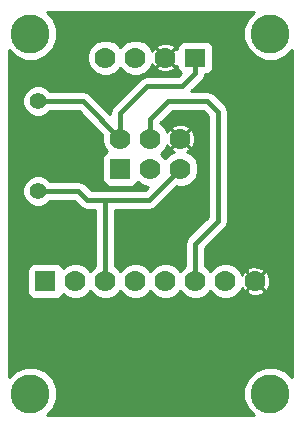
<source format=gtl>
G04 (created by PCBNEW (2013-jul-07)-stable) date Thu 13 Aug 2015 05:12:16 PM PDT*
%MOIN*%
G04 Gerber Fmt 3.4, Leading zero omitted, Abs format*
%FSLAX34Y34*%
G01*
G70*
G90*
G04 APERTURE LIST*
%ADD10C,0.00393701*%
%ADD11R,0.07X0.07*%
%ADD12C,0.07*%
%ADD13R,0.07X0.06*%
%ADD14C,0.055*%
%ADD15C,0.13*%
%ADD16C,0.017*%
%ADD17C,0.01*%
G04 APERTURE END LIST*
G54D10*
G54D11*
X53350Y-36250D03*
G54D12*
X53350Y-35250D03*
X54350Y-36250D03*
X54350Y-35250D03*
X55350Y-36250D03*
X55350Y-35250D03*
G54D13*
X55850Y-32550D03*
G54D12*
X54850Y-32550D03*
X53850Y-32550D03*
X52850Y-32550D03*
G54D11*
X50850Y-40000D03*
G54D12*
X51850Y-40000D03*
X52850Y-40000D03*
X53850Y-40000D03*
X54850Y-40000D03*
X55850Y-40000D03*
X56850Y-40000D03*
X57850Y-40000D03*
G54D14*
X50600Y-34000D03*
X50600Y-37000D03*
G54D15*
X58350Y-31750D03*
X50350Y-31750D03*
X58350Y-43750D03*
X50350Y-43750D03*
G54D16*
X55850Y-32550D02*
X55850Y-33050D01*
X53350Y-34400D02*
X53350Y-35250D01*
X54250Y-33500D02*
X53350Y-34400D01*
X55400Y-33500D02*
X54250Y-33500D01*
X55850Y-33050D02*
X55400Y-33500D01*
X50600Y-34000D02*
X52100Y-34000D01*
X52100Y-34000D02*
X53350Y-35250D01*
X54350Y-35250D02*
X54350Y-34600D01*
X55850Y-38750D02*
X55850Y-40000D01*
X56600Y-38000D02*
X55850Y-38750D01*
X56600Y-34350D02*
X56600Y-38000D01*
X56250Y-34000D02*
X56600Y-34350D01*
X54950Y-34000D02*
X56250Y-34000D01*
X54350Y-34600D02*
X54950Y-34000D01*
X52850Y-40000D02*
X52850Y-37300D01*
X52850Y-37300D02*
X52850Y-37350D01*
X52850Y-37350D02*
X52850Y-37300D01*
X50600Y-37000D02*
X51950Y-37000D01*
X54300Y-37300D02*
X55350Y-36250D01*
X52250Y-37300D02*
X52850Y-37300D01*
X52850Y-37300D02*
X54300Y-37300D01*
X51950Y-37000D02*
X52250Y-37300D01*
G54D17*
X55312Y-39615D02*
X55388Y-39615D01*
X54312Y-39615D02*
X54387Y-39615D01*
X53312Y-39615D02*
X53388Y-39615D01*
X55232Y-39535D02*
X55468Y-39535D01*
X54232Y-39535D02*
X54468Y-39535D01*
X53232Y-39535D02*
X53468Y-39535D01*
X55100Y-39455D02*
X55515Y-39455D01*
X54100Y-39455D02*
X54601Y-39455D01*
X53185Y-39455D02*
X53601Y-39455D01*
X53185Y-39375D02*
X55515Y-39375D01*
X53185Y-39295D02*
X55515Y-39295D01*
X53185Y-39215D02*
X55515Y-39215D01*
X53185Y-39135D02*
X55515Y-39135D01*
X53185Y-39055D02*
X55515Y-39055D01*
X53185Y-38975D02*
X55515Y-38975D01*
X53185Y-38895D02*
X55515Y-38895D01*
X53185Y-38815D02*
X55515Y-38815D01*
X53185Y-38735D02*
X55519Y-38735D01*
X53185Y-38655D02*
X55535Y-38655D01*
X53185Y-38575D02*
X55573Y-38575D01*
X53185Y-38495D02*
X55631Y-38495D01*
X53185Y-38415D02*
X55711Y-38415D01*
X53185Y-38335D02*
X55791Y-38335D01*
X53185Y-38255D02*
X55871Y-38255D01*
X53185Y-38175D02*
X55951Y-38175D01*
X53185Y-38095D02*
X56031Y-38095D01*
X53185Y-38015D02*
X56111Y-38015D01*
X53185Y-37935D02*
X56191Y-37935D01*
X53185Y-37855D02*
X56265Y-37855D01*
X53185Y-37775D02*
X56265Y-37775D01*
X53185Y-37695D02*
X56265Y-37695D01*
X54398Y-37615D02*
X56265Y-37615D01*
X54538Y-37535D02*
X56265Y-37535D01*
X54618Y-37455D02*
X56265Y-37455D01*
X54698Y-37375D02*
X56265Y-37375D01*
X54778Y-37295D02*
X56265Y-37295D01*
X54858Y-37215D02*
X56265Y-37215D01*
X54938Y-37135D02*
X56265Y-37135D01*
X55018Y-37055D02*
X56265Y-37055D01*
X55098Y-36975D02*
X56265Y-36975D01*
X55178Y-36895D02*
X56265Y-36895D01*
X55551Y-36815D02*
X56265Y-36815D01*
X55712Y-36735D02*
X56265Y-36735D01*
X55792Y-36655D02*
X56265Y-36655D01*
X55863Y-36575D02*
X56265Y-36575D01*
X55896Y-36495D02*
X56265Y-36495D01*
X55929Y-36415D02*
X56265Y-36415D01*
X55949Y-36335D02*
X56265Y-36335D01*
X55949Y-36255D02*
X56265Y-36255D01*
X55949Y-36175D02*
X56265Y-36175D01*
X55935Y-36095D02*
X56265Y-36095D01*
X55902Y-36015D02*
X56265Y-36015D01*
X55868Y-35935D02*
X56265Y-35935D01*
X55802Y-35855D02*
X56265Y-35855D01*
X54802Y-35855D02*
X54898Y-35855D01*
X55722Y-35775D02*
X56265Y-35775D01*
X54722Y-35775D02*
X54978Y-35775D01*
X55576Y-35695D02*
X56265Y-35695D01*
X54752Y-35695D02*
X55124Y-35695D01*
X55657Y-35615D02*
X56265Y-35615D01*
X54832Y-35615D02*
X55042Y-35615D01*
X55758Y-35535D02*
X56265Y-35535D01*
X55628Y-35535D02*
X55642Y-35535D01*
X55058Y-35535D02*
X55072Y-35535D01*
X54879Y-35535D02*
X54940Y-35535D01*
X55794Y-35455D02*
X56265Y-35455D01*
X55548Y-35455D02*
X55562Y-35455D01*
X55138Y-35455D02*
X55152Y-35455D01*
X55830Y-35375D02*
X56265Y-35375D01*
X55468Y-35375D02*
X55482Y-35375D01*
X55218Y-35375D02*
X55232Y-35375D01*
X55838Y-35295D02*
X56265Y-35295D01*
X55388Y-35295D02*
X55402Y-35295D01*
X55298Y-35295D02*
X55312Y-35295D01*
X55840Y-35215D02*
X56265Y-35215D01*
X55378Y-35215D02*
X55392Y-35215D01*
X55308Y-35215D02*
X55322Y-35215D01*
X55830Y-35135D02*
X56265Y-35135D01*
X55458Y-35135D02*
X55472Y-35135D01*
X55228Y-35135D02*
X55242Y-35135D01*
X55800Y-35055D02*
X56265Y-35055D01*
X55538Y-35055D02*
X55552Y-35055D01*
X55148Y-35055D02*
X55162Y-35055D01*
X55767Y-34975D02*
X56265Y-34975D01*
X55618Y-34975D02*
X55632Y-34975D01*
X55068Y-34975D02*
X55082Y-34975D01*
X54885Y-34975D02*
X54937Y-34975D01*
X55662Y-34895D02*
X56265Y-34895D01*
X54842Y-34895D02*
X55039Y-34895D01*
X55577Y-34815D02*
X56265Y-34815D01*
X54762Y-34815D02*
X55116Y-34815D01*
X54689Y-34735D02*
X56265Y-34735D01*
X54769Y-34655D02*
X56265Y-34655D01*
X54849Y-34575D02*
X56265Y-34575D01*
X54929Y-34495D02*
X56265Y-34495D01*
X55009Y-34415D02*
X56191Y-34415D01*
X55089Y-34335D02*
X56111Y-34335D01*
X50907Y-44465D02*
X57792Y-44465D01*
X50987Y-44385D02*
X57712Y-44385D01*
X51067Y-44305D02*
X57632Y-44305D01*
X51127Y-44225D02*
X57572Y-44225D01*
X51160Y-44145D02*
X57539Y-44145D01*
X51193Y-44065D02*
X57506Y-44065D01*
X51227Y-43985D02*
X57473Y-43985D01*
X51250Y-43905D02*
X57450Y-43905D01*
X51250Y-43825D02*
X57450Y-43825D01*
X51250Y-43745D02*
X57450Y-43745D01*
X51250Y-43665D02*
X57450Y-43665D01*
X51250Y-43585D02*
X57450Y-43585D01*
X51223Y-43505D02*
X57478Y-43505D01*
X51190Y-43425D02*
X57511Y-43425D01*
X51157Y-43345D02*
X57544Y-43345D01*
X51123Y-43265D02*
X57578Y-43265D01*
X59058Y-43185D02*
X59075Y-43185D01*
X51058Y-43185D02*
X57643Y-43185D01*
X49625Y-43185D02*
X49643Y-43185D01*
X58978Y-43105D02*
X59075Y-43105D01*
X50978Y-43105D02*
X57723Y-43105D01*
X49625Y-43105D02*
X49723Y-43105D01*
X58898Y-43025D02*
X59075Y-43025D01*
X50898Y-43025D02*
X57803Y-43025D01*
X49625Y-43025D02*
X49803Y-43025D01*
X58758Y-42945D02*
X59075Y-42945D01*
X50758Y-42945D02*
X57941Y-42945D01*
X49625Y-42945D02*
X49943Y-42945D01*
X58566Y-42865D02*
X59075Y-42865D01*
X50566Y-42865D02*
X58136Y-42865D01*
X49625Y-42865D02*
X50136Y-42865D01*
X49625Y-42785D02*
X59075Y-42785D01*
X49625Y-42705D02*
X59075Y-42705D01*
X49625Y-42625D02*
X59075Y-42625D01*
X49625Y-42545D02*
X59075Y-42545D01*
X49625Y-42465D02*
X59075Y-42465D01*
X49625Y-42385D02*
X59075Y-42385D01*
X49625Y-42305D02*
X59075Y-42305D01*
X49625Y-42225D02*
X59075Y-42225D01*
X49625Y-42145D02*
X59075Y-42145D01*
X49625Y-42065D02*
X59075Y-42065D01*
X49625Y-41985D02*
X59075Y-41985D01*
X49625Y-41905D02*
X59075Y-41905D01*
X49625Y-41825D02*
X59075Y-41825D01*
X49625Y-41745D02*
X59075Y-41745D01*
X49625Y-41665D02*
X59075Y-41665D01*
X49625Y-41585D02*
X59075Y-41585D01*
X49625Y-41505D02*
X59075Y-41505D01*
X49625Y-41425D02*
X59075Y-41425D01*
X49625Y-41345D02*
X59075Y-41345D01*
X49625Y-41265D02*
X59075Y-41265D01*
X49625Y-41185D02*
X59075Y-41185D01*
X49625Y-41105D02*
X59075Y-41105D01*
X49625Y-41025D02*
X59075Y-41025D01*
X49625Y-40945D02*
X59075Y-40945D01*
X49625Y-40865D02*
X59075Y-40865D01*
X49625Y-40785D02*
X59075Y-40785D01*
X49625Y-40705D02*
X59075Y-40705D01*
X49625Y-40625D02*
X59075Y-40625D01*
X57099Y-40545D02*
X59075Y-40545D01*
X56099Y-40545D02*
X56600Y-40545D01*
X55099Y-40545D02*
X55600Y-40545D01*
X54099Y-40545D02*
X54600Y-40545D01*
X53099Y-40545D02*
X53600Y-40545D01*
X52099Y-40545D02*
X52600Y-40545D01*
X51357Y-40545D02*
X51600Y-40545D01*
X49625Y-40545D02*
X50343Y-40545D01*
X58004Y-40465D02*
X59075Y-40465D01*
X57232Y-40465D02*
X57690Y-40465D01*
X56231Y-40465D02*
X56468Y-40465D01*
X55231Y-40465D02*
X55468Y-40465D01*
X54232Y-40465D02*
X54468Y-40465D01*
X53231Y-40465D02*
X53468Y-40465D01*
X52232Y-40465D02*
X52468Y-40465D01*
X51421Y-40465D02*
X51468Y-40465D01*
X49625Y-40465D02*
X50278Y-40465D01*
X58148Y-40385D02*
X59075Y-40385D01*
X57312Y-40385D02*
X57551Y-40385D01*
X56310Y-40385D02*
X56388Y-40385D01*
X55310Y-40385D02*
X55388Y-40385D01*
X54312Y-40385D02*
X54388Y-40385D01*
X53310Y-40385D02*
X53388Y-40385D01*
X52312Y-40385D02*
X52388Y-40385D01*
X49625Y-40385D02*
X50251Y-40385D01*
X58220Y-40305D02*
X59075Y-40305D01*
X58148Y-40305D02*
X58162Y-40305D01*
X57538Y-40305D02*
X57552Y-40305D01*
X57371Y-40305D02*
X57479Y-40305D01*
X49625Y-40305D02*
X50251Y-40305D01*
X58285Y-40225D02*
X59075Y-40225D01*
X58068Y-40225D02*
X58082Y-40225D01*
X57618Y-40225D02*
X57632Y-40225D01*
X57404Y-40225D02*
X57411Y-40225D01*
X49625Y-40225D02*
X50251Y-40225D01*
X58321Y-40145D02*
X59075Y-40145D01*
X57988Y-40145D02*
X58002Y-40145D01*
X57698Y-40145D02*
X57712Y-40145D01*
X49625Y-40145D02*
X50251Y-40145D01*
X58337Y-40065D02*
X59075Y-40065D01*
X57908Y-40065D02*
X57922Y-40065D01*
X57778Y-40065D02*
X57792Y-40065D01*
X49625Y-40065D02*
X50251Y-40065D01*
X58339Y-39985D02*
X59075Y-39985D01*
X57858Y-39985D02*
X57872Y-39985D01*
X57828Y-39985D02*
X57842Y-39985D01*
X49625Y-39985D02*
X50251Y-39985D01*
X58338Y-39905D02*
X59075Y-39905D01*
X57938Y-39905D02*
X57952Y-39905D01*
X57748Y-39905D02*
X57762Y-39905D01*
X49625Y-39905D02*
X50251Y-39905D01*
X58308Y-39825D02*
X59075Y-39825D01*
X58018Y-39825D02*
X58032Y-39825D01*
X57668Y-39825D02*
X57682Y-39825D01*
X49625Y-39825D02*
X50251Y-39825D01*
X58278Y-39745D02*
X59075Y-39745D01*
X58098Y-39745D02*
X58112Y-39745D01*
X57588Y-39745D02*
X57602Y-39745D01*
X57393Y-39745D02*
X57428Y-39745D01*
X49625Y-39745D02*
X50251Y-39745D01*
X58171Y-39665D02*
X59075Y-39665D01*
X57360Y-39665D02*
X57530Y-39665D01*
X49625Y-39665D02*
X50251Y-39665D01*
X58122Y-39585D02*
X59075Y-39585D01*
X57282Y-39585D02*
X57573Y-39585D01*
X56283Y-39585D02*
X56418Y-39585D01*
X52283Y-39585D02*
X52418Y-39585D01*
X49625Y-39585D02*
X50258Y-39585D01*
X57202Y-39505D02*
X59075Y-39505D01*
X56203Y-39505D02*
X56498Y-39505D01*
X52203Y-39505D02*
X52498Y-39505D01*
X51407Y-39505D02*
X51498Y-39505D01*
X49625Y-39505D02*
X50293Y-39505D01*
X57028Y-39425D02*
X59075Y-39425D01*
X56185Y-39425D02*
X56673Y-39425D01*
X52028Y-39425D02*
X52515Y-39425D01*
X51308Y-39425D02*
X51673Y-39425D01*
X49625Y-39425D02*
X50393Y-39425D01*
X56185Y-39345D02*
X59075Y-39345D01*
X49625Y-39345D02*
X52515Y-39345D01*
X56185Y-39265D02*
X59075Y-39265D01*
X49625Y-39265D02*
X52515Y-39265D01*
X56185Y-39185D02*
X59075Y-39185D01*
X49625Y-39185D02*
X52515Y-39185D01*
X56185Y-39105D02*
X59075Y-39105D01*
X49625Y-39105D02*
X52515Y-39105D01*
X56185Y-39025D02*
X59075Y-39025D01*
X49625Y-39025D02*
X52515Y-39025D01*
X56185Y-38945D02*
X59075Y-38945D01*
X49625Y-38945D02*
X52515Y-38945D01*
X56207Y-38865D02*
X59075Y-38865D01*
X49625Y-38865D02*
X52515Y-38865D01*
X56287Y-38785D02*
X59075Y-38785D01*
X49625Y-38785D02*
X52515Y-38785D01*
X56367Y-38705D02*
X59075Y-38705D01*
X49625Y-38705D02*
X52515Y-38705D01*
X56447Y-38625D02*
X59075Y-38625D01*
X49625Y-38625D02*
X52515Y-38625D01*
X56527Y-38545D02*
X59075Y-38545D01*
X49625Y-38545D02*
X52515Y-38545D01*
X56607Y-38465D02*
X59075Y-38465D01*
X49625Y-38465D02*
X52515Y-38465D01*
X56687Y-38385D02*
X59075Y-38385D01*
X49625Y-38385D02*
X52515Y-38385D01*
X56767Y-38305D02*
X59075Y-38305D01*
X49625Y-38305D02*
X52515Y-38305D01*
X56844Y-38225D02*
X59075Y-38225D01*
X49625Y-38225D02*
X52515Y-38225D01*
X56897Y-38145D02*
X59075Y-38145D01*
X49625Y-38145D02*
X52515Y-38145D01*
X56921Y-38065D02*
X59075Y-38065D01*
X49625Y-38065D02*
X52515Y-38065D01*
X56935Y-37985D02*
X59075Y-37985D01*
X49625Y-37985D02*
X52515Y-37985D01*
X56935Y-37905D02*
X59075Y-37905D01*
X49625Y-37905D02*
X52515Y-37905D01*
X56935Y-37825D02*
X59075Y-37825D01*
X49625Y-37825D02*
X52515Y-37825D01*
X56935Y-37745D02*
X59075Y-37745D01*
X49625Y-37745D02*
X52515Y-37745D01*
X56935Y-37665D02*
X59075Y-37665D01*
X49625Y-37665D02*
X52515Y-37665D01*
X56935Y-37585D02*
X59075Y-37585D01*
X49625Y-37585D02*
X52085Y-37585D01*
X56935Y-37505D02*
X59075Y-37505D01*
X50752Y-37505D02*
X51981Y-37505D01*
X49625Y-37505D02*
X50446Y-37505D01*
X56935Y-37425D02*
X59075Y-37425D01*
X50917Y-37425D02*
X51901Y-37425D01*
X49625Y-37425D02*
X50282Y-37425D01*
X56935Y-37345D02*
X59075Y-37345D01*
X50997Y-37345D02*
X51821Y-37345D01*
X49625Y-37345D02*
X50202Y-37345D01*
X56935Y-37265D02*
X59075Y-37265D01*
X49625Y-37265D02*
X50141Y-37265D01*
X56935Y-37185D02*
X59075Y-37185D01*
X49625Y-37185D02*
X50108Y-37185D01*
X56935Y-37105D02*
X59075Y-37105D01*
X49625Y-37105D02*
X50075Y-37105D01*
X56935Y-37025D02*
X59075Y-37025D01*
X49625Y-37025D02*
X50075Y-37025D01*
X56935Y-36945D02*
X59075Y-36945D01*
X52369Y-36945D02*
X54181Y-36945D01*
X49625Y-36945D02*
X50075Y-36945D01*
X56935Y-36865D02*
X59075Y-36865D01*
X52289Y-36865D02*
X54261Y-36865D01*
X49625Y-36865D02*
X50088Y-36865D01*
X56935Y-36785D02*
X59075Y-36785D01*
X53867Y-36785D02*
X54076Y-36785D01*
X52209Y-36785D02*
X52833Y-36785D01*
X49625Y-36785D02*
X50121Y-36785D01*
X56935Y-36705D02*
X59075Y-36705D01*
X53925Y-36705D02*
X53958Y-36705D01*
X52100Y-36705D02*
X52774Y-36705D01*
X49625Y-36705D02*
X50154Y-36705D01*
X56935Y-36625D02*
X59075Y-36625D01*
X50968Y-36625D02*
X52751Y-36625D01*
X49625Y-36625D02*
X50233Y-36625D01*
X56935Y-36545D02*
X59075Y-36545D01*
X50874Y-36545D02*
X52751Y-36545D01*
X49625Y-36545D02*
X50328Y-36545D01*
X56935Y-36465D02*
X59075Y-36465D01*
X49625Y-36465D02*
X52751Y-36465D01*
X56935Y-36385D02*
X59075Y-36385D01*
X49625Y-36385D02*
X52751Y-36385D01*
X56935Y-36305D02*
X59075Y-36305D01*
X49625Y-36305D02*
X52751Y-36305D01*
X56935Y-36225D02*
X59075Y-36225D01*
X49625Y-36225D02*
X52751Y-36225D01*
X56935Y-36145D02*
X59075Y-36145D01*
X49625Y-36145D02*
X52751Y-36145D01*
X56935Y-36065D02*
X59075Y-36065D01*
X49625Y-36065D02*
X52751Y-36065D01*
X56935Y-35985D02*
X59075Y-35985D01*
X49625Y-35985D02*
X52751Y-35985D01*
X56935Y-35905D02*
X59075Y-35905D01*
X49625Y-35905D02*
X52751Y-35905D01*
X56935Y-35825D02*
X59075Y-35825D01*
X49625Y-35825D02*
X52762Y-35825D01*
X56935Y-35745D02*
X59075Y-35745D01*
X49625Y-35745D02*
X52803Y-35745D01*
X56935Y-35665D02*
X59075Y-35665D01*
X49625Y-35665D02*
X52915Y-35665D01*
X56935Y-35585D02*
X59075Y-35585D01*
X49625Y-35585D02*
X52840Y-35585D01*
X56935Y-35505D02*
X59075Y-35505D01*
X49625Y-35505D02*
X52807Y-35505D01*
X56935Y-35425D02*
X59075Y-35425D01*
X49625Y-35425D02*
X52774Y-35425D01*
X56935Y-35345D02*
X59075Y-35345D01*
X49625Y-35345D02*
X52752Y-35345D01*
X56935Y-35265D02*
X59075Y-35265D01*
X49625Y-35265D02*
X52752Y-35265D01*
X56935Y-35185D02*
X59075Y-35185D01*
X49625Y-35185D02*
X52752Y-35185D01*
X56935Y-35105D02*
X59075Y-35105D01*
X49625Y-35105D02*
X52731Y-35105D01*
X56935Y-35025D02*
X59075Y-35025D01*
X49625Y-35025D02*
X52651Y-35025D01*
X56935Y-34945D02*
X59075Y-34945D01*
X49625Y-34945D02*
X52571Y-34945D01*
X56935Y-34865D02*
X59075Y-34865D01*
X49625Y-34865D02*
X52491Y-34865D01*
X56935Y-34785D02*
X59075Y-34785D01*
X49625Y-34785D02*
X52411Y-34785D01*
X56935Y-34705D02*
X59075Y-34705D01*
X49625Y-34705D02*
X52331Y-34705D01*
X56935Y-34625D02*
X59075Y-34625D01*
X49625Y-34625D02*
X52251Y-34625D01*
X56935Y-34545D02*
X59075Y-34545D01*
X49625Y-34545D02*
X52171Y-34545D01*
X56935Y-34465D02*
X59075Y-34465D01*
X50848Y-34465D02*
X52091Y-34465D01*
X49625Y-34465D02*
X50350Y-34465D01*
X56935Y-34385D02*
X59075Y-34385D01*
X52959Y-34385D02*
X53019Y-34385D01*
X50957Y-34385D02*
X52011Y-34385D01*
X49625Y-34385D02*
X50242Y-34385D01*
X56926Y-34305D02*
X59075Y-34305D01*
X52879Y-34305D02*
X53035Y-34305D01*
X49625Y-34305D02*
X50162Y-34305D01*
X56910Y-34225D02*
X59075Y-34225D01*
X52799Y-34225D02*
X53073Y-34225D01*
X49625Y-34225D02*
X50125Y-34225D01*
X56859Y-34145D02*
X59075Y-34145D01*
X52719Y-34145D02*
X53131Y-34145D01*
X49625Y-34145D02*
X50091Y-34145D01*
X56789Y-34065D02*
X59075Y-34065D01*
X52639Y-34065D02*
X53211Y-34065D01*
X49625Y-34065D02*
X50075Y-34065D01*
X56709Y-33985D02*
X59075Y-33985D01*
X52559Y-33985D02*
X53291Y-33985D01*
X49625Y-33985D02*
X50075Y-33985D01*
X56629Y-33905D02*
X59075Y-33905D01*
X52479Y-33905D02*
X53371Y-33905D01*
X49625Y-33905D02*
X50075Y-33905D01*
X56549Y-33825D02*
X59075Y-33825D01*
X52399Y-33825D02*
X53451Y-33825D01*
X49625Y-33825D02*
X50105Y-33825D01*
X56460Y-33745D02*
X59075Y-33745D01*
X52310Y-33745D02*
X53531Y-33745D01*
X49625Y-33745D02*
X50138Y-33745D01*
X56250Y-33665D02*
X59075Y-33665D01*
X52100Y-33665D02*
X53611Y-33665D01*
X49625Y-33665D02*
X50193Y-33665D01*
X55789Y-33585D02*
X59075Y-33585D01*
X50928Y-33585D02*
X53691Y-33585D01*
X49625Y-33585D02*
X50273Y-33585D01*
X55869Y-33505D02*
X59075Y-33505D01*
X50778Y-33505D02*
X53771Y-33505D01*
X49625Y-33505D02*
X50424Y-33505D01*
X55949Y-33425D02*
X59075Y-33425D01*
X49625Y-33425D02*
X53851Y-33425D01*
X56029Y-33345D02*
X59075Y-33345D01*
X49625Y-33345D02*
X53931Y-33345D01*
X56101Y-33265D02*
X59075Y-33265D01*
X49625Y-33265D02*
X54011Y-33265D01*
X56154Y-33185D02*
X59075Y-33185D01*
X49625Y-33185D02*
X54152Y-33185D01*
X56173Y-33105D02*
X59075Y-33105D01*
X54075Y-33105D02*
X55321Y-33105D01*
X53075Y-33105D02*
X53624Y-33105D01*
X49625Y-33105D02*
X52624Y-33105D01*
X56377Y-33025D02*
X59075Y-33025D01*
X54978Y-33025D02*
X55323Y-33025D01*
X54222Y-33025D02*
X54713Y-33025D01*
X53221Y-33025D02*
X53477Y-33025D01*
X49625Y-33025D02*
X52478Y-33025D01*
X56430Y-32945D02*
X59075Y-32945D01*
X55144Y-32945D02*
X55270Y-32945D01*
X54302Y-32945D02*
X54555Y-32945D01*
X53301Y-32945D02*
X53397Y-32945D01*
X49625Y-32945D02*
X52398Y-32945D01*
X56449Y-32865D02*
X59075Y-32865D01*
X55197Y-32865D02*
X55251Y-32865D01*
X55158Y-32865D02*
X55172Y-32865D01*
X54528Y-32865D02*
X54542Y-32865D01*
X54367Y-32865D02*
X54501Y-32865D01*
X49625Y-32865D02*
X52332Y-32865D01*
X56449Y-32785D02*
X59075Y-32785D01*
X55078Y-32785D02*
X55092Y-32785D01*
X54608Y-32785D02*
X54622Y-32785D01*
X54400Y-32785D02*
X54415Y-32785D01*
X49625Y-32785D02*
X52298Y-32785D01*
X56449Y-32705D02*
X59075Y-32705D01*
X54998Y-32705D02*
X55012Y-32705D01*
X54688Y-32705D02*
X54702Y-32705D01*
X49625Y-32705D02*
X52265Y-32705D01*
X58588Y-32625D02*
X59075Y-32625D01*
X56449Y-32625D02*
X58110Y-32625D01*
X54918Y-32625D02*
X54932Y-32625D01*
X54768Y-32625D02*
X54782Y-32625D01*
X50588Y-32625D02*
X52251Y-32625D01*
X49625Y-32625D02*
X50110Y-32625D01*
X58781Y-32545D02*
X59075Y-32545D01*
X56449Y-32545D02*
X57918Y-32545D01*
X54838Y-32545D02*
X54862Y-32545D01*
X50781Y-32545D02*
X52251Y-32545D01*
X49625Y-32545D02*
X49918Y-32545D01*
X58907Y-32465D02*
X59075Y-32465D01*
X56449Y-32465D02*
X57792Y-32465D01*
X54928Y-32465D02*
X54942Y-32465D01*
X54758Y-32465D02*
X54772Y-32465D01*
X50907Y-32465D02*
X52251Y-32465D01*
X49625Y-32465D02*
X49792Y-32465D01*
X58987Y-32385D02*
X59075Y-32385D01*
X56449Y-32385D02*
X57712Y-32385D01*
X55008Y-32385D02*
X55022Y-32385D01*
X54678Y-32385D02*
X54692Y-32385D01*
X50987Y-32385D02*
X52271Y-32385D01*
X49625Y-32385D02*
X49712Y-32385D01*
X59067Y-32305D02*
X59075Y-32305D01*
X56449Y-32305D02*
X57632Y-32305D01*
X55088Y-32305D02*
X55102Y-32305D01*
X54598Y-32305D02*
X54612Y-32305D01*
X54397Y-32305D02*
X54423Y-32305D01*
X51067Y-32305D02*
X52304Y-32305D01*
X49625Y-32305D02*
X49632Y-32305D01*
X56449Y-32225D02*
X57572Y-32225D01*
X55168Y-32225D02*
X55251Y-32225D01*
X54364Y-32225D02*
X54532Y-32225D01*
X51127Y-32225D02*
X52337Y-32225D01*
X56426Y-32145D02*
X57539Y-32145D01*
X55140Y-32145D02*
X55274Y-32145D01*
X54292Y-32145D02*
X54561Y-32145D01*
X53292Y-32145D02*
X53408Y-32145D01*
X51160Y-32145D02*
X52408Y-32145D01*
X56367Y-32065D02*
X57506Y-32065D01*
X54965Y-32065D02*
X55333Y-32065D01*
X54212Y-32065D02*
X54749Y-32065D01*
X53212Y-32065D02*
X53488Y-32065D01*
X51193Y-32065D02*
X52488Y-32065D01*
X54052Y-31985D02*
X57473Y-31985D01*
X53052Y-31985D02*
X53649Y-31985D01*
X51227Y-31985D02*
X52649Y-31985D01*
X51250Y-31905D02*
X57450Y-31905D01*
X51250Y-31825D02*
X57450Y-31825D01*
X51250Y-31745D02*
X57450Y-31745D01*
X51250Y-31665D02*
X57450Y-31665D01*
X51250Y-31585D02*
X57450Y-31585D01*
X51223Y-31505D02*
X57478Y-31505D01*
X51190Y-31425D02*
X57511Y-31425D01*
X51157Y-31345D02*
X57544Y-31345D01*
X51123Y-31265D02*
X57578Y-31265D01*
X51057Y-31185D02*
X57642Y-31185D01*
X50977Y-31105D02*
X57722Y-31105D01*
X50897Y-31025D02*
X57802Y-31025D01*
X57802Y-44475D02*
X57587Y-44259D01*
X57450Y-43928D01*
X57450Y-43570D01*
X57588Y-43239D01*
X57841Y-42987D01*
X57933Y-42948D01*
X57933Y-40492D01*
X57738Y-40486D01*
X57561Y-40407D01*
X57527Y-40330D01*
X57850Y-40007D01*
X57850Y-39993D01*
X57527Y-39670D01*
X57561Y-39593D01*
X57584Y-39577D01*
X57767Y-39508D01*
X57962Y-39514D01*
X58139Y-39593D01*
X58173Y-39670D01*
X57850Y-39993D01*
X57850Y-40007D01*
X58173Y-40330D01*
X58139Y-40407D01*
X58116Y-40423D01*
X57933Y-40492D01*
X57933Y-42948D01*
X58172Y-42850D01*
X58180Y-42850D01*
X58180Y-40323D01*
X57857Y-40000D01*
X58180Y-39677D01*
X58257Y-39711D01*
X58273Y-39734D01*
X58342Y-39917D01*
X58336Y-40112D01*
X58257Y-40289D01*
X58180Y-40323D01*
X58180Y-42850D01*
X58530Y-42850D01*
X58861Y-42988D01*
X59075Y-43202D01*
X59075Y-32297D01*
X58859Y-32513D01*
X58528Y-32650D01*
X58170Y-32650D01*
X57839Y-32512D01*
X57587Y-32259D01*
X57450Y-31928D01*
X57450Y-31570D01*
X57588Y-31239D01*
X57802Y-31025D01*
X50897Y-31025D01*
X51113Y-31241D01*
X51250Y-31572D01*
X51250Y-31930D01*
X51112Y-32261D01*
X50859Y-32513D01*
X50528Y-32650D01*
X50170Y-32650D01*
X49839Y-32512D01*
X49625Y-32297D01*
X49625Y-43202D01*
X49841Y-42987D01*
X50172Y-42850D01*
X50530Y-42850D01*
X50861Y-42988D01*
X51113Y-43241D01*
X51250Y-43572D01*
X51250Y-43930D01*
X51112Y-44261D01*
X50897Y-44475D01*
X56731Y-44475D01*
X56731Y-40599D01*
X56511Y-40508D01*
X56349Y-40346D01*
X56189Y-40508D01*
X55969Y-40599D01*
X55731Y-40599D01*
X55511Y-40508D01*
X55349Y-40346D01*
X55189Y-40508D01*
X54969Y-40599D01*
X54731Y-40599D01*
X54511Y-40508D01*
X54350Y-40347D01*
X54189Y-40508D01*
X53969Y-40599D01*
X53731Y-40599D01*
X53511Y-40508D01*
X53349Y-40346D01*
X53189Y-40508D01*
X52969Y-40599D01*
X52731Y-40599D01*
X52511Y-40508D01*
X52350Y-40347D01*
X52189Y-40508D01*
X51969Y-40599D01*
X51731Y-40599D01*
X51511Y-40508D01*
X51435Y-40432D01*
X51411Y-40491D01*
X51341Y-40561D01*
X51249Y-40599D01*
X50450Y-40599D01*
X50359Y-40561D01*
X50289Y-40491D01*
X50251Y-40399D01*
X50251Y-39600D01*
X50289Y-39509D01*
X50359Y-39439D01*
X50451Y-39401D01*
X51250Y-39401D01*
X51341Y-39439D01*
X51411Y-39509D01*
X51435Y-39567D01*
X51511Y-39492D01*
X51731Y-39401D01*
X51969Y-39401D01*
X52189Y-39492D01*
X52350Y-39652D01*
X52511Y-39492D01*
X52515Y-39490D01*
X52515Y-37635D01*
X52250Y-37635D01*
X52122Y-37609D01*
X52012Y-37536D01*
X51811Y-37335D01*
X51007Y-37335D01*
X50897Y-37445D01*
X50704Y-37525D01*
X50495Y-37525D01*
X50302Y-37445D01*
X50155Y-37297D01*
X50075Y-37104D01*
X50075Y-36895D01*
X50155Y-36702D01*
X50303Y-36555D01*
X50496Y-36475D01*
X50705Y-36475D01*
X50898Y-36555D01*
X51007Y-36665D01*
X51950Y-36665D01*
X52078Y-36691D01*
X52187Y-36763D01*
X52389Y-36965D01*
X54160Y-36965D01*
X54277Y-36849D01*
X54231Y-36849D01*
X54011Y-36758D01*
X53935Y-36682D01*
X53911Y-36741D01*
X53841Y-36811D01*
X53749Y-36849D01*
X52950Y-36849D01*
X52859Y-36811D01*
X52789Y-36741D01*
X52751Y-36649D01*
X52751Y-35850D01*
X52789Y-35759D01*
X52859Y-35689D01*
X52917Y-35664D01*
X52842Y-35589D01*
X52751Y-35369D01*
X52752Y-35126D01*
X51961Y-34335D01*
X51007Y-34335D01*
X50897Y-34445D01*
X50704Y-34525D01*
X50495Y-34525D01*
X50302Y-34445D01*
X50155Y-34297D01*
X50075Y-34104D01*
X50075Y-33895D01*
X50155Y-33702D01*
X50303Y-33555D01*
X50496Y-33475D01*
X50705Y-33475D01*
X50898Y-33555D01*
X51007Y-33665D01*
X52100Y-33665D01*
X52228Y-33691D01*
X52337Y-33763D01*
X53015Y-34441D01*
X53015Y-34400D01*
X53041Y-34272D01*
X53113Y-34163D01*
X53731Y-33545D01*
X53731Y-33149D01*
X53511Y-33058D01*
X53349Y-32897D01*
X53189Y-33058D01*
X52969Y-33149D01*
X52731Y-33149D01*
X52511Y-33058D01*
X52342Y-32889D01*
X52251Y-32669D01*
X52251Y-32431D01*
X52342Y-32211D01*
X52511Y-32042D01*
X52731Y-31951D01*
X52969Y-31951D01*
X53189Y-32042D01*
X53349Y-32203D01*
X53511Y-32042D01*
X53731Y-31951D01*
X53969Y-31951D01*
X54189Y-32042D01*
X54358Y-32211D01*
X54409Y-32335D01*
X54443Y-32261D01*
X54520Y-32227D01*
X54843Y-32550D01*
X54520Y-32873D01*
X54443Y-32839D01*
X54427Y-32816D01*
X54408Y-32766D01*
X54358Y-32889D01*
X54189Y-33058D01*
X53969Y-33149D01*
X53731Y-33149D01*
X53731Y-33545D01*
X54013Y-33263D01*
X54122Y-33191D01*
X54250Y-33165D01*
X54933Y-33165D01*
X54933Y-33042D01*
X54738Y-33036D01*
X54561Y-32957D01*
X54527Y-32880D01*
X54850Y-32557D01*
X54850Y-32543D01*
X54527Y-32220D01*
X54561Y-32143D01*
X54584Y-32127D01*
X54767Y-32058D01*
X54962Y-32064D01*
X55139Y-32143D01*
X55173Y-32220D01*
X54850Y-32543D01*
X54850Y-32557D01*
X55173Y-32880D01*
X55139Y-32957D01*
X55116Y-32973D01*
X54933Y-33042D01*
X54933Y-33165D01*
X55261Y-33165D01*
X55363Y-33062D01*
X55359Y-33061D01*
X55289Y-32991D01*
X55251Y-32899D01*
X55251Y-32841D01*
X55180Y-32873D01*
X54857Y-32550D01*
X55180Y-32227D01*
X55251Y-32258D01*
X55251Y-32200D01*
X55289Y-32109D01*
X55359Y-32039D01*
X55451Y-32001D01*
X56250Y-32001D01*
X56341Y-32039D01*
X56411Y-32109D01*
X56449Y-32201D01*
X56449Y-32900D01*
X56411Y-32991D01*
X56341Y-33061D01*
X56249Y-33099D01*
X56175Y-33099D01*
X56159Y-33178D01*
X56087Y-33287D01*
X55709Y-33665D01*
X56250Y-33665D01*
X56378Y-33691D01*
X56487Y-33763D01*
X56837Y-34113D01*
X56909Y-34222D01*
X56935Y-34350D01*
X56935Y-38000D01*
X56909Y-38128D01*
X56837Y-38237D01*
X56834Y-38238D01*
X56185Y-38888D01*
X56185Y-39490D01*
X56189Y-39492D01*
X56350Y-39652D01*
X56511Y-39492D01*
X56731Y-39401D01*
X56969Y-39401D01*
X57189Y-39492D01*
X57358Y-39661D01*
X57409Y-39785D01*
X57443Y-39711D01*
X57520Y-39677D01*
X57843Y-40000D01*
X57520Y-40323D01*
X57443Y-40289D01*
X57427Y-40266D01*
X57408Y-40216D01*
X57358Y-40339D01*
X57189Y-40508D01*
X56969Y-40599D01*
X56731Y-40599D01*
X56731Y-44475D01*
X57802Y-44475D01*
X55350Y-39653D02*
X55511Y-39492D01*
X55515Y-39490D01*
X55515Y-38750D01*
X55541Y-38622D01*
X55613Y-38513D01*
X56265Y-37861D01*
X56265Y-34489D01*
X56111Y-34335D01*
X55089Y-34335D01*
X54685Y-34740D01*
X54689Y-34742D01*
X54858Y-34911D01*
X54909Y-35035D01*
X54943Y-34961D01*
X55020Y-34927D01*
X55343Y-35250D01*
X55020Y-35573D01*
X54943Y-35539D01*
X54927Y-35516D01*
X54908Y-35466D01*
X54858Y-35589D01*
X54697Y-35750D01*
X54850Y-35903D01*
X55011Y-35742D01*
X55135Y-35690D01*
X55061Y-35657D01*
X55027Y-35580D01*
X55350Y-35257D01*
X55350Y-35243D01*
X55027Y-34920D01*
X55061Y-34843D01*
X55084Y-34827D01*
X55267Y-34758D01*
X55462Y-34764D01*
X55639Y-34843D01*
X55673Y-34920D01*
X55350Y-35243D01*
X55350Y-35257D01*
X55673Y-35580D01*
X55639Y-35657D01*
X55616Y-35673D01*
X55566Y-35691D01*
X55680Y-35738D01*
X55680Y-35573D01*
X55357Y-35250D01*
X55680Y-34927D01*
X55757Y-34961D01*
X55773Y-34984D01*
X55842Y-35167D01*
X55836Y-35362D01*
X55757Y-35539D01*
X55680Y-35573D01*
X55680Y-35738D01*
X55689Y-35742D01*
X55858Y-35911D01*
X55949Y-36131D01*
X55949Y-36369D01*
X55858Y-36589D01*
X55689Y-36758D01*
X55469Y-36849D01*
X55231Y-36849D01*
X55226Y-36847D01*
X54537Y-37537D01*
X54428Y-37609D01*
X54300Y-37635D01*
X53185Y-37635D01*
X53185Y-39490D01*
X53189Y-39492D01*
X53349Y-39653D01*
X53511Y-39492D01*
X53731Y-39401D01*
X53969Y-39401D01*
X54189Y-39492D01*
X54349Y-39652D01*
X54511Y-39492D01*
X54731Y-39401D01*
X54969Y-39401D01*
X55189Y-39492D01*
X55350Y-39653D01*
M02*

</source>
